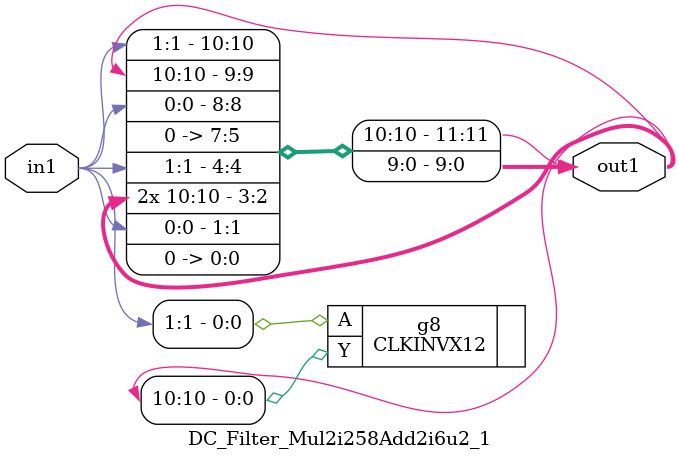
<source format=v>
`timescale 1ps / 1ps


module DC_Filter_Mul2i258Add2i6u2_1(in1, out1);
  input [1:0] in1;
  output [11:0] out1;
  wire [1:0] in1;
  wire [11:0] out1;
  assign out1[0] = 1'b0;
  assign out1[1] = in1[0];
  assign out1[2] = out1[10];
  assign out1[3] = out1[10];
  assign out1[4] = in1[1];
  assign out1[5] = 1'b0;
  assign out1[6] = 1'b0;
  assign out1[7] = 1'b0;
  assign out1[8] = in1[0];
  assign out1[9] = out1[10];
  assign out1[11] = in1[1];
  CLKINVX12 g8(.A (in1[1]), .Y (out1[10]));
endmodule


</source>
